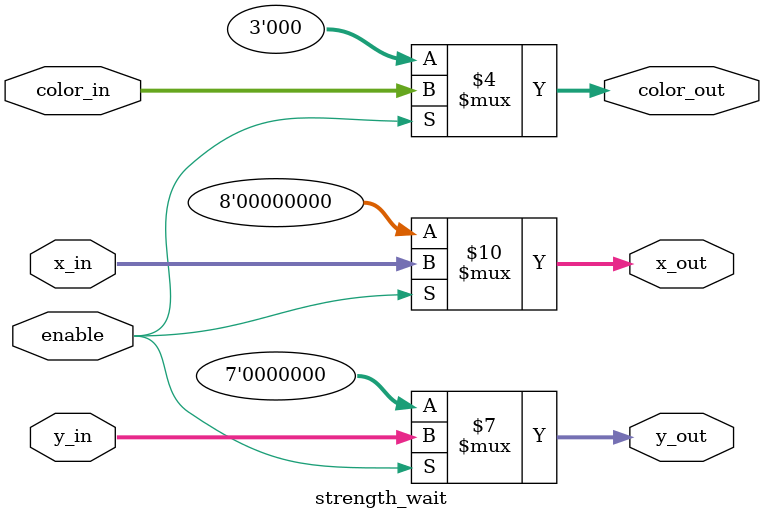
<source format=v>

module datapath(
			input clk,
			input resetn,

			input datapath_reset,
			input datapath_start,
			input datapath_target,
			input datapath_load_angle,
			input datapath_wait,
			input datapath_load_strength,
			input datapath_draw,
			input datapath_win,
			input datapath_lose,

			output reg[6:0] counter_square,
			output reg[7:0] display_angle,display_strength,display_score,
			output reg [7:0] x,
			output reg [6:0] y,
			output reg [2:0] color,
			output reg writeEn,
			output reg win,
			output reg lose
			);
	
	
	reg[7:0] data_x;
	reg[6:0] data_y;
	wire[7:0] random_x;
	reg draw_enable;
	reg angle_enable;
	reg strength_enable;
	
	wire[7:0] angle, strength;
	
	wire[7:0] str_x, s_x;
	wire[6:0] str_y, s_y;
	wire[2:0] str_color, s_c;
	
	wire[7:0] ang_x;
	wire[6:0] ang_y;
	wire[2:0] ang_color;
	
	wire[7:0] end_x;
	wire[6:0] end_y;
	
	wire[7:0] draw_x;
	wire[6:0] draw_y;
	wire[2:0] draw_color;
	
	//load front page
	wire[2:0] front_color;
	load_frontPic l0(clk,data_x,data_y,front_color);
	
	//load starting game page
	wire[2:0] start_color;
	load_startPic l1(clk,data_x,data_y,start_color);
	
	//load win page
	wire[2:0] win_color;
	load_winPic l2(clk,data_x,data_y,win_color);
	
	//load lose page
	wire[2:0] lose_color;
	load_losePic l3(clk,data_x,data_y,lose_color);
	
	//load target page
	wire[2:0] target_color;
	load_targetPic l4(clk,counter_square + 1'b1,target_color);
	
	//random
	random r0(datapath_start,random_x);
	
	//getAngle module 
	getAngle g0(
				.enable(angle_enable),
				.clk(clk),
				.angle(angle),
				.x(ang_x),
				.y(ang_y),
				.color(ang_color)
				);
				
	//getStrength module
	getStrength g1(
				.enable(strength_enable),
				.clk(clk),
				.strength(strength),
				.x(str_x),
				.y(str_y),
				.color(str_color)
				);
	
	strength_wait w0(
				.enable(strength_enable),
				.x_in(str_x),
				.y_in(str_y),
				.color_in(str_color),
				.x_out(s_x),
				.y_out(s_y),
				.color_out(s_c)
				);
	
	//get where the endpoints should be 
	end_point e0(
				.enable(draw_enable),
				.strength(display_strength),
				.c_x(data_x),
				.c_y(data_y),
				.e_x(end_x),
				.e_y(end_y)
				);
				
	//the module to give the path
	drawPath d2(
				.clk(clk),
				.enable(draw_enable),
				.c_x(data_x),
				.c_y(data_y),
				.e_x(end_x),
				.e_y(end_y),
				.x(draw_x),
				.y(draw_y),
				.color(draw_color)
				);

	always@ (posedge clk)
	begin
		if (!resetn) //initalize every data such as angle, strength, score
		begin
			display_angle = 8'b0;
			display_strength = 8'b0;
			display_score = 8'b0;
			angle_enable = 1'b0;
			strength_enable = 1'b0;
			draw_enable = 1'b0;
			counter_square = 7'b0;
			data_x <= 8'b0;
			data_y <= 7'b0;
			writeEn = 1'b0;
			win = 1'b0;
			lose = 1'b0;
		end
		
		else 
		begin
			if (datapath_reset)  //initalize every data such as angle, strength, score
			begin
				display_angle = 8'b0;
				display_strength = 8'b0;
				display_score = 8'b0;
				angle_enable = 1'b0;
				strength_enable = 1'b0;
				draw_enable = 1'b0;
				counter_square = 7'b0;
				data_x <= 8'b0;
				data_y <= 7'b0;
				writeEn = 1'b1;
				win = 1'b0;
				lose = 1'b0;
				
				//draw the background 
				//when finish
				if (data_x == 8'd159 && data_y == 7'd119)
				begin
					writeEn = 1'b0;
				end
				
				//when reach end
				else if (data_x == 8'd159) 
				begin
					data_x <= 1'b0;
					data_y <= data_y + 1'b1;
					x <= data_x;
					y <= data_y;
					color <= front_color;
				end
				
				//regular cases
				else
				begin
					data_x <= data_x + 1'b1;
					data_y <= data_y;
					x <= data_x;
					y <= data_y;
					color <= front_color;
				end
				
				
			end
			
			if (datapath_start)
			begin
				//state may change right from score state
				//need to reset data as well
				display_angle = 8'b0;
				display_strength = 8'b0;
				angle_enable = 1'b0;
				strength_enable = 1'b0;
				draw_enable = 1'b0;
				counter_square = 7'b0;
				data_x <= 8'b0;
				data_y <= 7'b0;
				writeEn = 1'b1;
				win = 1'b0;
				lose = 1'b0;
				
				//draw the background 
				//when finish
				if (data_x == 8'd159 && data_y == 7'd119)
				begin

					writeEn = 1'b0;
				end
				
				//when reach end
				else if (data_x == 8'd159) 
				begin
					data_x <= 1'b0;
					data_y <= data_y + 1'b1;
					x <= data_x;
					y <= data_y;
					color <= start_color;
				end
				
				//regular cases
				else
				begin
					data_x <= data_x + 1'b1;
					data_y <= data_y;
					x <= data_x;
					y <= data_y;
					color <= start_color;
				end
		
			end
			
			else if (datapath_target) 
			begin
				data_x <= 8'b0;
				data_y <= 7'b0;
				writeEn = 1'b1;
				//draw a random target
				if (counter_square != 7'b1000000)
					begin
					x <= 8'd100 + random_x + counter_square[2:0];
					y <= 7'd64 + counter_square[5:3];
					color <= target_color;
					counter_square <= counter_square + 1'b1;
					end
				else 
					begin
					writeEn = 1'b0;
					end
			end
				
			else if (datapath_load_angle)
			begin
				counter_square = 7'b0;
				data_x <= 8'b0;
				data_y <= 7'b0;
				angle_enable = 1'b1;
				display_angle = angle;
				writeEn = 1'b1;
				
				x <= ang_x;
				y <= ang_y;
				color <= ang_color;
				
				//let data_x memorize the data
				data_x <= ang_x;
				data_y <= ang_y;
			end
			
			else if (datapath_wait)
			begin
				counter_square = 7'b0;
				angle_enable = 1'b0;
				writeEn = 1'b0;
			end
			
			else if (datapath_load_strength)
			begin
	
				strength_enable = 1'b1;
				display_strength = strength;
				
				if (counter_square != 7'b1000000)
					begin
					writeEn = 1'b1;
					x <= s_x + counter_square[2:0];
					y <= s_y + counter_square[5:3];
					color <= s_c;
					counter_square <= counter_square + 1'b1;
					end
				else counter_square = 7'b0;
			end
			
			else if (datapath_draw)
			begin
				counter_square = 7'b0;
				strength_enable = 1'b0;
				draw_enable = 1'b1;
				writeEn = 1'b1;
				
									
				
				if (draw_y == 7'd72)
				begin
					lose = 1'b1;
				end
				
				else if (draw_x == 8'd100 + random_x)
				begin
					if(draw_y == 7'd64 
						|| draw_y == 7'd65 
						|| draw_y == 7'd66 
						|| draw_y == 7'd67 
						|| draw_y == 7'd68 
						|| draw_y == 7'd69 
						|| draw_y == 7'd70
						|| draw_y == 7'd71 
						)
							
					begin
						win = 1'b1;
						display_score = display_score + 1'b1;
					end
					
					else 
					begin
						x <= draw_x;
						y <= draw_y;
						color <= draw_color;
					end
				end
				
				else if(draw_y == 7'd64)
				begin
					if(draw_x == 8'd100 + random_x
						|| draw_x == 8'd101 + random_x
						|| draw_x == 8'd102 + random_x
						|| draw_x == 8'd103 + random_x
						|| draw_x == 8'd104 + random_x
						|| draw_x == 8'd105 + random_x
						|| draw_x == 8'd106 + random_x
						|| draw_x == 8'd107 + random_x
						)
						
					begin
						win = 1'b1;
						display_score = display_score + 1'b1;
					end
					
					else 
					begin
						x <= draw_x;
						y <= draw_y;
						color <= draw_color;
					end
				end
				
				else 
				begin
					x <= draw_x;
					y <= draw_y;
					color <= draw_color;
				end
			end
			
			else if (datapath_win)
			begin
				draw_enable = 1'b0;
				
				//draw the background
				data_x <= 8'b0;
				data_y <= 7'b0;
				writeEn = 1'b1;
				
				//draw the background 
				//when finish
				if (data_x == 8'd159 && data_y == 7'd119)
				begin
					writeEn = 1'b0;
				end
				
				//when reach end
				else if (data_x == 8'd159) 
				begin
					data_x <= 1'b0;
					data_y <= data_y + 1'b1;
					x <= data_x;
					y <= data_y;
					color <= win_color;
				end
				
				//regular cases
				else
				begin
					data_x <= data_x + 1'b1;
					data_y <= data_y;
					x <= data_x;
					y <= data_y;
					color <= win_color;
				end
			end
			
			
			else if (datapath_lose)
			begin
				draw_enable = 1'b0;
				
				//draw the background
				data_x <= 8'b0;
				data_y <= 7'b0;
				writeEn = 1'b1;
				
				//draw the background 
				//when finish
				if (data_x == 8'd159 && data_y == 7'd119)
				begin
					writeEn = 1'b0;
				end
				
				//when reach end
				else if (data_x == 8'd159) 
				begin
					data_x <= 1'b0;
					data_y <= data_y + 1'b1;
					x <= data_x;
					y <= data_y;
					color <= lose_color;
				end
				
				//regular cases
				else
				begin
					data_x <= data_x + 1'b1;
					data_y <= data_y;
					x <= data_x;
					y <= data_y;
					color <= lose_color;
				end
			end
		end
	end
			
	
endmodule

module strength_wait(
				input enable,
				input[7:0] x_in,
				input[6:0] y_in,
				input[2:0] color_in,
				output reg[7:0] x_out,
				output reg[6:0] y_out,
				output reg[2:0] color_out
				);
				
	always@ (*)
	begin
		if (!enable)
		begin
			x_out = 8'b0;
			y_out = 7'b0;
			color_out = 3'b0;
		end
		
		else 
		begin
			x_out = x_in;
			y_out = y_in;
			color_out = color_in;
		end
	end

endmodule



</source>
